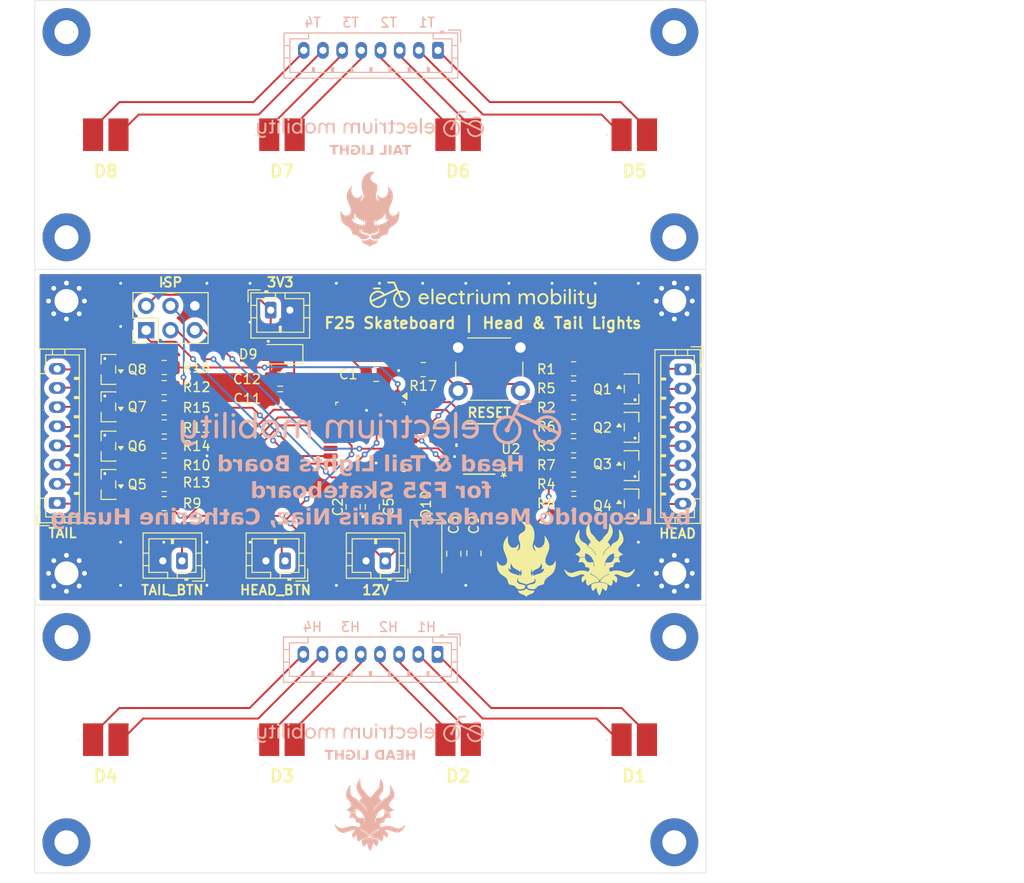
<source format=kicad_pcb>
(kicad_pcb (version 20241229) (generator "pcbnew") (generator_version "9.0")
  (layers (0 "F.Cu" signal) (2 "B.Cu" signal) (13 "F.Paste" user) (15 "B.Paste" user) (5 "F.SilkS" user "F.Silkscreen") (7 "B.SilkS" user "B.Silkscreen") (1 "F.Mask" user) (3 "B.Mask" user) (25 "Edge.Cuts" user))
  (net 0 "")
  (net 1 "+3.3V")
  (net 2 "+12V")
  (net 3 "Net-(Q1-G)")
  (net 4 "Net-(Q2-G)")
  (net 5 "Net-(Q3-G)")
  (net 6 "Net-(Q4-G)")
  (net 7 "Net-(Q5-G)")
  (net 8 "Net-(Q6-G)")
  (net 9 "Net-(Q7-G)")
  (net 10 "Net-(Q8-G)")
  (net 11 "Net-(U1-AREF)")
  (net 12 "/Button2")
  (net 13 "/Button1")
  (net 15 "GND")
  (net 18 "/SCL")
  (net 19 "/INT")
  (net 20 "/HLED2.1")
  (net 21 "/HLED1.1")
  (net 25 "/SDA")
  (net 28 "/RESET")
  (net 29 "/TLED2")
  (net 30 "/TLED1")
  (net 31 "/TLED4")
  (net 32 "/HLED4")
  (net 33 "/HLED3")
  (net 34 "/TLED3")
  (net 35 "/HLED1")
  (net 36 "/HLED2")
  (net 37 "/HLED3.1")
  (net 38 "/HLED4.1")
  (net 39 "/HLED1.2")
  (net 40 "/HLED2.2")
  (net 41 "/HLED4.2")
  (net 42 "/HLED3.2")
  (net 43 "/TLED1.2")
  (net 44 "/TLED2.2")
  (net 45 "/TLED4.2")
  (net 46 "/TLED3.2")
  (net 47 "/HLB3.2")
  (net 48 "/HLB3.1")
  (net 49 "/HLB1.1")
  (net 50 "/HLB1.2")
  (net 51 "/HLB2.2")
  (net 52 "/HLB2.1")
  (net 53 "/HLB4.1")
  (net 54 "/HLB4.2")
  (net 55 "/TLB1.1")
  (net 56 "/TLB1.2")
  (net 57 "/TLB2.1")
  (net 58 "/TLB2.2")
  (net 59 "/TLB3.2")
  (net 60 "/TLB3.1")
  (net 61 "/TLB4.2")
  (net 62 "/TLB4.1")
  (net 67 "/TLED3.1")
  (net 68 "/TLED4.1")
  (net 69 "/TLED1.1")
  (net 70 "/TLED2.1")
  (net 72 "Net-(J3-MISO)")
  (net 73 "Net-(J3-SCK)")
  (footprint "Capacitor_SMD:C_0805_2012Metric_Pad1.18x1.45mm_HandSolder" (layer "F.Cu") (at 57.9 69.8625 -90)
    (property "Reference" "C9")
    (property "Value" "100n")
  )
  (footprint "LOGO" (layer "F.Cu") (at 58.9 43)
    (property "Reference" "G***" (hide yes))
    (property "Value" "LOGO" (hide yes))
  )
  (footprint "Connector_JST:JST_PH_B2B-PH-K_1x02_P2.00mm_Vertical" (layer "F.Cu") (at 36.7 44.5)
    (property "Reference" "J8" (hide yes))
    (property "Value" "Conn_01x02")
  )
  (footprint "Resistor_SMD:R_0805_2012Metric_Pad1.20x1.40mm_HandSolder" (layer "F.Cu") (at 25.6 56.681965 180)
    (property "Reference" "R11")
    (property "Value" "100")
  )
  (footprint "Package_TO_SOT_SMD:SOT-23" (layer "F.Cu") (at 74.3375 56.717354)
    (property "Reference" "Q2")
    (property "Value" "AO3400A")
  )
  (footprint "MountingHole:MountingHole_2.5mm_Pad_Via" (layer "F.Cu") (at 78.8 43.55)
    (property "Reference" "H1" (hide yes))
    (property "Value" "MountingHole_Pad")
  )
  (footprint "Connector_JST:JST_PH_B8B-PH-K_1x08_P2.00mm_Vertical" (layer "F.Cu") (at 14.435389 64.617354 90)
    (property "Reference" "J9" (hide yes))
    (property "Value" "Conn_01x08")
  )
  (footprint "Diode_SMD:D_SMF" (layer "F.Cu") (at 37.7 49.1 180)
    (property "Reference" "D9")
    (property "Value" "SMF5V0A")
  )
  (footprint "Resistor_SMD:R_0805_2012Metric_Pad1.20x1.40mm_HandSolder" (layer "F.Cu") (at 25.6 50.481965 180)
    (property "Reference" "R16")
    (property "Value" "100R")
  )
  (footprint "MountingHole:MountingHole_2.5mm_Pad" (layer "F.Cu") (at 15.4 78.6)
    (property "Reference" "H5" (hide yes))
    (property "Value" "MountingHole_Pad")
  )
  (footprint "Resistor_SMD:R_0805_2012Metric_Pad1.20x1.40mm_HandSolder" (layer "F.Cu") (at 25.6 54.681965 180)
    (property "Reference" "R15")
    (property "Value" "100R")
  )
  (footprint "Connector_JST:JST_PH_B8B-PH-K_1x08_P2.00mm_Vertical" (layer "F.Cu") (at 79.687236 50.679556 -90)
    (property "Reference" "J2" (hide yes))
    (property "Value" "Conn_01x08")
  )
  (footprint "Connector_JST:JST_PH_B2B-PH-K_1x02_P2.00mm_Vertical" (layer "F.Cu") (at 38.2 70.65 180)
    (property "Reference" "J5" (hide yes))
    (property "Value" "Conn_01x02")
  )
  (footprint "LOGO" (layer "F.Cu") (at 70.899504 70.526171)
    (property "Reference" "G***" (hide yes))
    (property "Value" "LOGO" (hide yes))
  )
  (footprint "Package_TO_SOT_SMD:SOT-23" (layer "F.Cu") (at 74.3375 52.717354)
    (property "Reference" "Q1")
    (property "Value" "AO3400A")
  )
  (footprint "Package_TO_SOT_SMD:SOT-23" (layer "F.Cu") (at 74.3375 64.717354)
    (property "Reference" "Q4")
    (property "Value" "AO3400A")
  )
  (footprint "MountingHole:MountingHole_2.5mm_Pad" (layer "F.Cu") (at 78.8 78.6)
    (property "Reference" "H7" (hide yes))
    (property "Value" "MountingHole_Pad")
  )
  (footprint "Package_TO_SOT_SMD:SOT-23" (layer "F.Cu") (at 19.774087 62.681965 180)
    (property "Reference" "Q5")
    (property "Value" "AO3400A")
  )
  (footprint "Resistor_SMD:R_0805_2012Metric_Pad1.20x1.40mm_HandSolder" (layer "F.Cu") (at 25.6 62.681965 180)
    (property "Reference" "R13")
    (property "Value" "100R")
  )
  (footprint "Connector_JST:JST_PH_B2B-PH-K_1x02_P2.00mm_Vertical" (layer "F.Cu") (at 48.65 70.65 180)
    (property "Reference" "J6" (hide yes))
    (property "Value" "Conn_01x02")
  )
  (footprint "ADXL345BCCZ:LGA_CC-14-1_ADI" (layer "F.Cu") (at 58.45 58.981502 180)
    (property "Reference" "U2")
    (property "Value" "ADXL345BCCZ")
  )
  (footprint "AB-EZD03-RA3:ABEZD03RA3" (layer "F.Cu") (at 74.625 26.2 180)
    (property "Reference" "D5")
    (property "Value" "RED" (hide yes))
  )
  (footprint "Resistor_SMD:R_0805_2012Metric_Pad1.20x1.40mm_HandSolder" (layer "F.Cu") (at 68.3 54.630412)
    (property "Reference" "R2")
    (property "Value" "100")
  )
  (footprint "Resistor_SMD:R_0805_2012Metric_Pad1.20x1.40mm_HandSolder" (layer "F.Cu") (at 68.3 60.65)
    (property "Reference" "R7")
    (property "Value" "100R")
  )
  (footprint "Resistor_SMD:R_0805_2012Metric_Pad1.20x1.40mm_HandSolder" (layer "F.Cu") (at 68.3 50.617354)
    (property "Reference" "R1")
    (property "Value" "100")
  )
  (footprint "LOGO" (layer "F.Cu") (at 63.35 70.502066)
    (property "Reference" "G***" (hide yes))
    (property "Value" "LOGO" (hide yes))
  )
  (footprint "Package_TO_SOT_SMD:SOT-23" (layer "F.Cu") (at 19.774087 58.681965 180)
    (property "Reference" "Q6")
    (property "Value" "AO3400A")
  )
  (footprint "MountingHole:MountingHole_2.5mm_Pad_Via" (layer "F.Cu") (at 15.4 43.55)
    (property "Reference" "H2" (hide yes))
    (property "Value" "MountingHole_Pad")
  )
  (footprint "Capacitor_SMD:C_0805_2012Metric_Pad1.18x1.45mm_HandSolder" (layer "F.Cu") (at 37.7 53.743864 180)
    (property "Reference" "C11")
    (property "Value" "47u")
  )
  (footprint "MountingHole:MountingHole_2.5mm_Pad_Via" (layer "F.Cu") (at 78.8 71.95)
    (property "Reference" "H4" (hide yes))
    (property "Value" "MountingHole_Pad")
  )
  (footprint "Resistor_SMD:R_0805_2012Metric_Pad1.20x1.40mm_HandSolder" (layer "F.Cu") (at 25.6 64.681965 180)
    (property "Reference" "R9")
    (property "Value" "100")
  )
  (footprint "AB-EZD10C-A3-K65:ABEZD10CA3K65" (layer "F.Cu") (at 56.25 89.3 180)
    (property "Reference" "D2")
    (property "Value" "RED" (hide yes))
  )
  (footprint "MountingHole:MountingHole_2.5mm_Pad" (layer "F.Cu") (at 15.4 36.9)
    (property "Reference" "H10" (hide yes))
    (property "Value" "MountingHole_Pad")
  )
  (footprint "Package_TO_SOT_SMD:SOT-23" (layer "F.Cu") (at 74.3375 60.717354)
    (property "Reference" "Q3")
    (property "Value" "AO3400A")
  )
  (footprint "AB-EZD03-RA3:ABEZD03RA3" (layer "F.Cu") (at 56.25 26.2 180)
    (property "Reference" "D6")
    (property "Value" "RED" (hide yes))
  )
  (footprint "MountingHole:MountingHole_2.5mm_Pad_Via" (layer "F.Cu") (at 15.4 71.95)
    (property "Reference" "H3" (hide yes))
    (property "Value" "MountingHole_Pad")
  )
  (footprint "MountingHole:MountingHole_2.5mm_Pad" (layer "F.Cu") (at 15.4 100)
    (property "Reference" "H6" (hide yes))
    (property "Value" "MountingHole_Pad")
  )
  (footprint "Capacitor_SMD:C_0805_2012Metric_Pad1.18x1.45mm_HandSolder" (layer "F.Cu") (at 47.3 65.017354 -90)
    (property "Reference" "C5")
    (property "Value" "10uF")
  )
  (footprint "MountingHole:MountingHole_2.5mm_Pad" (layer "F.Cu") (at 78.8 36.9)
    (property "Reference" "H12" (hide yes))
    (property "Value" "MountingHole_Pad")
  )
  (footprint "Resistor_SMD:R_0805_2012Metric_Pad1.20x1.40mm_HandSolder" (layer "F.Cu") (at 52.6 50.7 180)
    (property "Reference" "R17")
    (property "Value" "10K")
  )
  (footprint "Connector_JST:JST_PH_B2B-PH-K_1x02_P2.00mm_Vertical" (layer "F.Cu") (at 27.45 70.65 180)
    (property "Reference" "J4" (hide yes))
    (property "Value" "Conn_01x02")
  )
  (footprint "Package_QFP:TQFP-32_7x7mm_P0.8mm" (layer "F.Cu") (at 47.1 57.717354 -90)
    (property "Reference" "U1" (hide yes))
    (property "Value" "ATmega328P-A")
  )
  (footprint "Diode_SMD:D_SMA" (layer "F.Cu") (at 52.9 69.9 -90)
    (property "Reference" "D10")
    (property "Value" "SMAJ15A")
  )
  (footprint "AB-EZD10C-A3-K65:ABEZD10CA3K65" (layer "F.Cu") (at 74.625 89.3 180)
    (property "Reference" "D1")
    (property "Value" "RED" (hide yes))
  )
  (footprint "AB-EZD03-RA3:ABEZD03RA3" (layer "F.Cu") (at 37.875 26.2 180)
    (property "Reference" "D7")
    (property "Value" "RED" (hide yes))
  )
  (footprint "Resistor_SMD:R_0805_2012Metric_Pad1.20x1.40mm_HandSolder" (layer "F.Cu") (at 68.314021 64.663058)
    (property "Reference" "R8")
    (property "Value" "100R")
  )
  (footprint "Resistor_SMD:R_0805_2012Metric_Pad1.20x1.40mm_HandSolder" (layer "F.Cu") (at 25.6 60.681965 180)
    (property "Reference" "R10")
    (property "Value" "100")
  )
  (footprint "Capacitor_SMD:C_0805_2012Metric_Pad1.18x1.45mm_HandSolder" (layer "F.Cu") (at 37.7 51.7 180)
    (property "Reference" "C12")
    (property "Value" "100n")
  )
  (footprint "Resistor_SMD:R_0805_2012Metric_Pad1.20x1.40mm_HandSolder" (layer "F.Cu") (at 25.6 58.681965 180)
    (property "Reference" "R14")
    (property "Value" "100R")
  )
  (footprint "MountingHole:MountingHole_2.5mm_Pad" (layer "F.Cu") (at 78.8 15.5)
    (property "Reference" "H9" (hide yes))
    (property "Value" "MountingHole_Pad")
  )
  (footprint "Resistor_SMD:R_0805_2012Metric_Pad1.20x1.40mm_HandSolder" (layer "F.Cu") (at 68.3 62.656529)
    (property "Reference" "R4")
    (property "Value" "100")
  )
  (footprint "MountingHole:MountingHole_2.5mm_Pad" (layer "F.Cu") (at 78.8 100)
    (property "Reference" "H11" (hide yes))
    (property "Value" "MountingHole_Pad")
  )
  (footprint "Capacitor_SMD:C_0805_2012Metric_Pad1.18x1.45mm_HandSolder" (layer "F.Cu") (at 47.7 51.2)
    (property "Reference" "C1")
    (property "Value" "10uF")
  )
  (footprint "Resistor_SMD:R_0805_2012Metric_Pad1.20x1.40mm_HandSolder" (layer "F.Cu") (at 68.3 58.643471)
    (property "Reference" "R3")
    (property "Value" "100")
  )
  (footprint "Resistor_SMD:R_0805_2012Metric_Pad1.20x1.40mm_HandSolder" (layer "F.Cu") (at 68.3 56.636941)
    (property "Reference" "R6")
    (property "Value" "100R")
  )
  (footprint "AB-EZD03-RA3:ABEZD03RA3" (layer "F.Cu") (at 19.5 26.2 180)
    (property "Reference" "D8")
    (property "Value" "RED" (hide yes))
  )
  (footprint "Button_Switch_THT:SW_PUSH_6mm" (layer "F.Cu") (at 62.75 52.9 180)
    (property "Reference" "SW1" (hide yes))
    (property "Value" "SW_Push")
  )
  (footprint "Package_TO_SOT_SMD:SOT-23" (layer "F.Cu") (at 19.774087 54.581965 180)
    (property "Reference" "Q7")
    (property "Value" "AO3400A")
  )
  (footprint "Package_TO_SOT_SMD:SOT-23" (layer "F.Cu") (at 19.774087 50.681965 180)
    (property "Reference" "Q8")
    (property "Value" "AO3400A")
  )
  (footprint "Capacitor_SMD:C_0805_2012Metric_Pad1.18x1.45mm_HandSolder" (layer "F.Cu") (at 55.795858 69.905441 -90)
    (property "Reference" "C8")
    (property "Value" "47u")
  )
  (footprint "Capacitor_SMD:C_0805_2012Metric_Pad1.18x1.45mm_HandSolder" (layer "F.Cu") (at 45.3 65.017354 -90)
    (property "Reference" "C2")
    (property "Value" "10uF")
  )
  (footprint "MountingHole:MountingHole_2.5mm_Pad" (layer "F.Cu") (at 15.4 15.5)
    (property "Reference" "H8" (hide yes))
    (property "Value" "MountingHole_Pad")
  )
  (footprint "Resistor_SMD:R_0805_2012Metric_Pad1.20x1.40mm_HandSolder" (layer "F.Cu") (at 25.6 52.581965 180)
    (property "Reference" "R12")
    (property "Value" "100")
  )
  (footprint "Connector_PinHeader_2.54mm:PinHeader_2x03_P2.54mm_Vertical" (layer "F.Cu") (at 23.71 46.59 90)
    (property "Reference" "J3" (hide yes))
    (property "Value" "AVR-ISP-6")
  )
  (footprint "AB-EZD10C-A3-K65:ABEZD10CA3K65" (layer "F.Cu") (at 37.875 89.3 180)
    (property "Reference" "D3")
    (property "Value" "RED" (hide yes))
  )
  (footprint "AB-EZD10C-A3-K65:ABEZD10CA3K65" (layer "F.Cu") (at 19.5 89.3 180)
    (property "Reference" "D4")
    (property "Value" "RED" (hide yes))
  )
  (footprint "Resistor_SMD:R_0805_2012Metric_Pad1.20x1.40mm_HandSolder" (layer "F.Cu") (at 68.3 52.623883)
    (property "Reference" "R5")
    (property "Value" "100R")
  )
  (footprint "LOGO" (layer "B.Cu") (at 47.05 34 180)
    (property "Reference" "G***" (hide yes))
    (property "Value" "LOGO" (hide yes))
  )
  (footprint "LOGO" (layer "B.Cu") (at 47.033915 88.296507 180)
    (property "Reference" "G***" (hide yes))
    (property "Value" "LOGO" (hide yes))
  )
  (footprint "LOGO" (layer "B.Cu") (at 47.150496 97.176171 180)
    (property "Reference" "G***" (hide yes))
    (property "Value" "LOGO" (hide yes))
  )
  (footprint "Connector_JST:JST_PH_B8B-PH-K_1x08_P2.00mm_Vertical" (layer "B.Cu") (at 54.15 17.4 180)
    (property "Reference" "J7" (hide yes))
    (property "Value" "Conn_01x08")
  )
  (footprint "LOGO" (layer "B.Cu") (at 47.033915 25.196507 180)
    (property "Reference" "G***" (hide yes))
    (property "Value" "LOGO" (hide yes))
  )
  (footprint "Connector_JST:JST_PH_B8B-PH-K_1x08_P2.00mm_Vertical" (layer "B.Cu") (at 54.1 80.4 180)
    (property "Reference" "J1" (hide yes))
    (property "Value" "Conn_01x08")
  )
  (footprint "LOGO" (layer "B.Cu") (at 47.039036 56.37284 180)
    (property "Reference" "G***" (hide yes))
    (property "Value" "LOGO" (hide yes))
  )
  (gr_line (start 82.1 75.25) (end 12.1 75.25) (stroke (width 0.05)) (layer "Edge.Cuts"))
  (gr_line (start 82.1 40.25) (end 12.1 40.25) (stroke (width 0.05)) (layer "Edge.Cuts"))
  (gr_rect (start 12.1 12.2) (end 82.1 103.2) (stroke (width 0.05)) (fill no) (layer "Edge.Cuts"))
  (gr_text "TAIL_BTN" (at 26.45 73.7 0) (layer "F.SilkS") (effects (font (size 1 1) (thickness 0.2) (bold yes))))
  (gr_text "12V" (at 47.65 73.7 0) (layer "F.SilkS") (effects (font (size 1 1) (thickness 0.2) (bold yes))))
  (gr_text "TAIL" (at 14.985389 67.75 0) (layer "F.SilkS") (effects (font (size 1 1) (thickness 0.2) (bold yes))))
  (gr_text "3V3" (at 37.7 41.6 0) (layer "F.SilkS") (effects (font (size 1 1) (thickness 0.2) (bold yes))))
  (gr_text "HEAD" (at 79.137236 67.8 0) (layer "F.SilkS") (effects (font (size 1 1) (thickness 0.2) (bold yes))))
  (gr_text "RESET" (at 59.5 55.2 0) (layer "F.SilkS") (effects (font (size 1 1) (thickness 0.2) (bold yes))))
  (gr_text "ISP" (at 26.25 41.6 0) (layer "F.SilkS") (effects (font (size 1 1) (thickness 0.2) (bold yes))))
  (gr_text "HEAD_BTN" (at 37.2 73.7 0) (layer "F.SilkS") (effects (font (size 1 1) (thickness 0.2) (bold yes))))
  (gr_text "F25 Skateboard | Head & Tail Lights" (at 58.833914 45.85 0) (layer "F.SilkS") (effects (font (size 1.15 1.15) (thickness 0.23) (bold yes))))
  (gr_text "T1" (at 52.966667 14.5 0) (layer "B.SilkS") (effects (font (size 1 1)) (justify mirror)))
  (gr_text "H4" (at 41.05 77.55 0) (layer "B.SilkS") (effects (font (size 1 1)) (justify mirror)))
  (gr_text "T4" (at 41.066667 14.5 0) (layer "B.SilkS") (effects (font (size 1 1)) (justify mirror)))
  (gr_text "HEAD LIGHT" (at 47.1 90.97335 0) (layer "B.SilkS") (effects (font (size 1 1) (thickness 0.2) (bold yes)) (justify mirror)))
  (gr_text "H2" (at 48.983333 77.55 0) (layer "B.SilkS") (effects (font (size 1 1)) (justify mirror)))
  (gr_text "H1" (at 52.95 77.55 0) (layer "B.SilkS") (effects (font (size 1 1)) (justify mirror)))
  (gr_text "T2" (at 49 14.5 0) (layer "B.SilkS") (effects (font (size 1 1)) (justify mirror)))
  (gr_text "T3" (at 45.033334 14.5 0) (layer "B.SilkS") (effects (font (size 1 1)) (justify mirror)))
  (gr_text "Head & Tail Lights Board\nfor F25 Skateboard\nby Leopoldo Mendoza, Haris Niaz, Catherine Huang\n" (at 47.15 63.4 0) (layer "B.SilkS") (effects (font (size 1.65 1.65) (thickness 0.21875)) (justify mirror)))
  (gr_text "H3" (at 45.016667 77.55 0) (layer "B.SilkS") (effects (font (size 1 1)) (justify mirror)))
  (gr_text "TAIL LIGHT" (at 47.1 27.87335 0) (layer "B.SilkS") (effects (font (size 1 1) (thickness 0.2) (bold yes)) (justify mirror)))
  (segment (start 60.574998 60.981503) (end 59.818499 60.981503) (width 0.2) (layer "F.Cu") (net 1))
  (segment (start 50.7 49.8) (end 51.6 50.7) (width 0.2) (layer "F.Cu") (net 1))
  (segment (start 45.1 63.779854) (end 45.3 63.979854) (width 0.2) (layer "F.Cu") (net 1))
  (segment (start 58.45 57.106504) (end 58.45 57.263004) (width 0.2) (layer "F.Cu") (net 1))
  (segment (start 36.7 44.5) (end 36.7 46.55) (width 0.2) (layer "F.Cu") (net 1))
  (segment (start 50.713046 54.103252) (end 49.266298 55.55) (width 0.2) (layer "F.Cu") (net 1))
  (segment (start 45.9 53.554854) (end 45.9 51.9625) (width 0.2) (layer "F.Cu") (net 1))
  (segment (start 61 57.579504) (end 61 60.556501) (width 0.2) (layer "F.Cu") (net 1))
  (segment (start 44.95 49.45) (end 44.6 49.1) (width 0.2) (layer "F.Cu") (net 1))
  (segment (start 44.6 49.1) (end 39.6 49.1) (width 0.2) (layer "F.Cu") (net 1))
  (segment (start 58.324999 56.981503) (end 59.818499 56.981503) (width 0.2) (layer "F.Cu") (net 1))
  (segment (start 38.7375 51.7) (end 38.7375 53.743864) (width 0.2) (layer "F.Cu") (net 1))
  (segment (start 55.446748 54.103252) (end 50.713046 54.103252) (width 0.2) (layer "F.Cu") (net 1))
  (segment (start 47.5 54.292353) (end 47.5 53.554854) (width 0.2) (layer "F.Cu") (net 1))
  (segment (start 39.15 51.2875) (end 38.7375 51.7) (width 0.2) (layer "F.Cu") (net 1))
  (segment (start 35.049 42.849) (end 34.999 42.899) (width 0.2) (layer "F.Cu") (net 1))
  (segment (start 34.999 42.899) (end 24.861 42.899) (width 0.2) (layer "F.Cu") (net 1))
  (segment (start 47.5 52.0375) (end 46.6625 51.2) (width 0.2) (layer "F.Cu") (net 1))
  (segment (start 24.861 42.899) (end 23.71 44.05) (width 0.2) (layer "F.Cu") (net 1))
  (segment (start 46.6625 51.1625) (end 45.3 49.8) (width 0.2) (layer "F.Cu") (net 1))
  (segment (start 45.3 49.8) (end 44.95 49.45) (width 0.2) (layer "F.Cu") (net 1))
  (segment (start 39.6 49.1) (end 39.15 49.55) (width 0.2) (layer "F.Cu") (net 1))
  (segment (start 45.1 60.95) (end 46.5 59.55) (width 0.2) (layer "F.Cu") (net 1))
  (segment (start 45.9 51.9625) (end 46.6625 51.2) (width 0.2) (layer "F.Cu") (net 1))
  (segment (start 45.1 61.879854) (end 45.1 60.95) (width 0.2) (layer "F.Cu") (net 1))
  (segment (start 36.7 44.5) (end 35.049 42.849) (width 0.2) (layer "F.Cu") (net 1))
  (segment (start 48.757647 55.55) (end 47.5 54.292353) (width 0.2) (layer "F.Cu") (net 1))
  (segment (start 46.6625 51.2) (end 46.6625 51.1625) (width 0.2) (layer "F.Cu") (net 1))
  (segment (start 39.15 49.55) (end 39.15 51.2875) (width 0.2) (layer "F.Cu") (net 1))
  (segment (start 39.15 49.45) (end 39.15 49.55) (width 0.2) (layer "F.Cu") (net 1))
  (segment (start 61 60.556501) (end 60.574998 60.981503) (width 0.2) (layer "F.Cu") (net 1))
  (segment (start 47.75 58.35) (end 47.75 56.557647) (width 0.2) (layer "F.Cu") (net 1))
  (segment (start 49.266298 55.55) (end 48.757647 55.55) (width 0.2) (layer "F.Cu") (net 1))
  (segment (start 47.5 53.554854) (end 47.5 52.0375) (width 0.2) (layer "F.Cu") (net 1))
  (segment (start 59.818499 56.981503) (end 60.401999 56.981503) (width 0.2) (layer "F.Cu") (net 1))
  (segment (start 55.446748 54.103252) (end 58.45 57.106504) (width 0.2) (layer "F.Cu") (net 1))
  (segment (start 45.3 49.8) (end 50.7 49.8) (width 0.2) (layer "F.Cu") (net 1))
  (segment (start 36.7 46.55) (end 39.15 49) (width 0.2) (layer "F.Cu") (net 1))
  (segment (start 47.75 56.557647) (end 48.757647 55.55) (width 0.2) (layer "F.Cu") (net 1))
  (segment (start 60.401999 56.981503) (end 61 57.579504) (width 0.2) (layer "F.Cu") (net 1))
  (segment (start 45.1 61.879854) (end 45.1 63.779854) (width 0.2) (layer "F.Cu") (net 1))
  (via (at 47.75 58.35) (size 0.6) (drill 0.3) (layers "F.Cu" "B.Cu") (net 1))
  (via (at 46.5 59.55) (size 0.6) (drill 0.3) (layers "F.Cu" "B.Cu") (net 1))
  (segment (start 46.55 59.55) (end 47.75 58.35) (width 0.2) (layer "B.Cu") (net 1))
  (segment (start 46.5 59.55) (end 46.55 59.55) (width 0.2) (layer "B.Cu") (net 1))
  (segment (start 25.501 61.2) (end 25.501 57.7) (width 0.2) (layer "F.Cu") (net 2))
  (segment (start 62.325 68.825) (end 57.9 68.825) (width 0.2) (layer "F.Cu") (net 2))
  (segment (start 25.501 57.7) (end 25.501 57.45) (width 0.2) (layer "F.Cu") (net 2))
  (segment (start 26.618035 64.7) (end 26.6 64.681965) (width 0.2) (layer "F.Cu") (net 2))
  (segment (start 57.9 68.825) (end 55.838799 68.825) (width 0.2) (layer "F.Cu") (net 2))
  (segment (start 25.501 53.149) (end 26.068035 52.581965) (width 0.2) (layer "F.Cu") (net 2))
  (segment (start 48.65 70.65) (end 47.2 69.2) (width 0.2) (layer "F.Cu") (net 2))
  (segment (start 27.3 65.95) (end 27.155554 65.95) (width 0.2) (layer "F.Cu") (net 2))
  (segment (start 37.85147 65.95) (end 37.900735 65.900735) (width 0.2) (layer "F.Cu") (net 2))
  (segment (start 65.15 66) (end 62.325 68.825) (width 0.2) (layer "F.Cu") (net 2))
  (segment (start 26.618035 65.412481) (end 26.618035 64.7) (width 0.2) (layer "F.Cu") (net 2))
  (segment (start 68.399 61.557529) (end 68.399 58.95) (width 0.2) (layer "F.Cu") (net 2))
  (segment (start 26.6 56.681965) (end 26.019035 56.681965) (width 0.2) (layer "F.Cu") (net 2))
  (segment (start 25.501 57.45) (end 25.501 57.2) (width 0.2) (layer "F.Cu") (net 2))
  (segment (start 66.243471 62.656529) (end 67.3 62.656529) (width 0.2) (layer "F.Cu") (net 2))
  (segment (start 53.867941 68.867941) (end 55.795858 68.867941) (width 0.2) (layer "F.Cu") (net 2))
  (segment (start 26.6 60.681965) (end 26.019035 60.681965) (width 0.2) (layer "F.Cu") (net 2))
  (segment (start 67.3 58.643471) (end 68.092471 58.643471) (width 0.2) (layer "F.Cu") (net 2))
  (segment (start 67.3 50.617354) (end 68.066354 50.617354) (width 0.2) (layer "F.Cu") (net 2))
  (segment (start 65.7 63.2) (end 66.243471 62.656529) (width 0.2) (layer "F.Cu") (net 2))
  (segment (start 48.65 70.65) (end 51.4 67.9) (width 0.2) (layer "F.Cu") (net 2))
  (segment (start 65.7 63.95) (end 65.7 63.2) (width 0.2) (layer "F.Cu") (net 2))
  (segment (start 25.501 57.2) (end 25.501 53.149) (width 0.2) (layer "F.Cu") (net 2))
  (segment (start 47.2 69.2) (end 41.2 69.2) (width 0.2) (layer "F.Cu") (net 2))
  (segment (start 26.019035 60.681965) (end 25.501 61.2) (width 0.2) (layer "F.Cu") (net 2))
  (segment (start 26.068035 52.581965) (end 26.6 52.581965) (width 0.2) (layer "F.Cu") (net 2))
  (segment (start 68.399 58.95) (end 68.399 55.2) (width 0.2) (layer "F.Cu") (net 2))
  (segment (start 68.399 50.95) (end 68.399 55.2) (width 0.2) (layer "F.Cu") (net 2))
  (segment (start 67.3 62.656529) (end 68.399 61.557529) (width 0.2) (layer "F.Cu") (net 2))
  (segment (start 26.019035 56.681965) (end 25.501 57.2) (width 0.2) (layer "F.Cu") (net 2))
  (segment (start 55.838799 68.825) (end 55.795858 68.867941) (width 0.2) (layer "F.Cu") (net 2))
  (segment (start 29.1 65.95) (end 37.85147 65.95) (width 0.2) (layer "F.Cu") (net 2))
  (segment (start 26.6 64.681965) (end 25.982965 64.681965) (width 0.2) (layer "F.Cu") (net 2))
  (segment (start 25.501 64.2) (end 25.501 61.2) (width 0.2) (layer "F.Cu") (net 2))
  (segment (start 25.982965 64.681965) (end 25.501 64.2) (width 0.2) (layer "F.Cu") (net 2))
  (segment (start 52.9 67.9) (end 53.867941 68.867941) (width 0.2) (layer "F.Cu") (net 2))
  (segment (start 67.3 54.630412) (end 67.829412 54.630412) (width 0.2) (layer "F.Cu") (net 2))
  (segment (start 51.4 67.9) (end 52.9 67.9) (width 0.2) (layer "F.Cu") (net 2))
  (segment (start 68.092471 58.643471) (end 68.399 58.95) (width 0.2) (layer "F.Cu") (net 2))
  (segment (start 68.066354 50.617354) (end 68.399 50.95) (width 0.2) (layer "F.Cu") (net 2))
  (segment (start 67.829412 54.630412) (end 68.399 55.2) (width 0.2) (layer "F.Cu") (net 2))
  (segment (start 27.155554 65.95) (end 26.618035 65.412481) (width 0.2) (layer "F.Cu") (net 2))
  (segment (start 41.2 69.2) (end 38.749265 66.749265) (width 0.2) (layer "F.Cu") (net 2))
  (via (at 29.1 65.95) (size 0.6) (drill 0.3) (layers "F.Cu" "B.Cu") (net 2))
  (via (at 65.15 66) (size 0.6) (drill 0.3) (layers "F.Cu" "B.Cu") (net 2))
  (via (at 38.749265 66.749265) (size 0.6) (drill 0.3) (layers "F.Cu" "B.Cu") (net 2))
  (via (at 37.900735 65.900735) (size 0.6) (drill 0.3) (layers "F.Cu" "B.Cu") (net 2))
  (via (at 65.7 63.95) (size 0.6) (drill 0.3) (layers "F.Cu" "B.Cu") (net 2))
  (via (at 27.3 65.95) (size 0.6) (drill 0.3) (layers "F.Cu" "B.Cu") (net 2))
  (segment (start 29.05 66) (end 29.1 65.95) (width 0.2) (layer "B.Cu") (net 2))
  (segment (start 27.3 65.95) (end 27.3 65.99853) (width 0.2) (layer "B.Cu") (net 2))
  (segment (start 65.7 65.45) (end 65.7 63.95) (width 0.2) (layer "B.Cu") (net 2))
  (segment (start 27.30147 66) (end 29.05 66) (width 0.2) (layer "B.Cu") (net 2))
  (segment (start 38.749265 66.749265) (end 37.900735 65.900735) (width 0.2) (layer "B.Cu") (net 2))
  (segment (start 27.3 65.99853) (end 27.30147 66) (width 0.2) (layer "B.Cu") (net 2))
  (segment (start 65.15 66) (end 65.7 65.45) (width 0.2) (layer "B.Cu") (net 2))
  (segment (start 72.543471 52.623883) (end 73.4 51.767354) (width 0.2) (layer "F.Cu") (net 3))
  (segment (start 69.3 52.623883) (end 72.543471 52.623883) (width 0.2) (layer "F.Cu") (net 3))
  (segment (start 72.530413 56.636941) (end 73.4 55.767354) (width 0.2) (layer "F.Cu") (net 4))
  (segment (start 69.3 56.636941) (end 72.530413 56.636941) (width 0.2) (layer "F.Cu") (net 4))
  (segment (start 72.517354 60.65) (end 73.4 59.767354) (width 0.2) (layer "F.Cu") (net 5))
  (segment (start 69.3 60.65) (end 72.517354 60.65) (width 0.2) (layer "F.Cu") (net 5))
  (segment (start 69.314021 64.663058) (end 72.504296 64.663058) (width 0.2) (layer "F.Cu") (net 6))
  (segment (start 72.504296 64.663058) (end 73.4 63.767354) (width 0.2) (layer "F.Cu") (net 6))
  (segment (start 24.774087 62.681965) (end 21.661587 62.681965) (width 0.2) (layer "F.Cu") (net 7))
  (segment (start 21.661587 62.681965) (end 20.711587 63.631965) (width 0.2) (layer "F.Cu") (net 7))
  (segment (start 24.774087 58.681965) (end 21.661587 58.681965) (width 0.2) (layer "F.Cu") (net 8))
  (segment (start 21.661587 58.681965) (end 20.711587 59.631965) (width 0.2) (layer "F.Cu") (net 8))
  (segment (start 24.774087 54.681965) (end 21.561587 54.681965) (width 0.2) (layer "F.Cu") (net 9))
  (segment (start 21.561587 54.681965) (end 20.711587 55.531965) (width 0.2) (layer "F.Cu") (net 9))
  (segment (start 24.774087 50.481965) (end 21.861587 50.481965) (width 0.2) (layer "F.Cu") (net 10))
  (segment (start 21.861587 50.481965) (end 20.711587 51.631965) (width 0.2) (layer "F.Cu") (net 10))
  (segment (start 46.7 61.879854) (end 46.7 63.379854) (width 0.2) (layer "F.Cu") (net 11))
  (segment (start 46.7 63.379854) (end 47.3 63.979854) (width 0.2) (layer "F.Cu") (net 11))
  (segment (start 38.2 70.45) (end 37.85 70.1) (width 0.2) (layer "F.Cu") (net 12))
  (segment (start 44.617354 58.117354) (end 45.150029 58.650029) (width 0.2) (layer "F.Cu") (net 12))
  (segment (start 42.9375 58.117354) (end 44.617354 58.117354) (width 0.2) (layer "F.Cu") (net 12))
  (segment (start 37.85 70.3) (end 37.85 66.8) (width 0.2) (layer "F.Cu") (net 12))
  (segment (start 45.150029 59.534284) (end 45.134313 59.55) (width 0.2) (layer "F.Cu") (net 12))
  (segment (start 45.150029 58.650029) (end 45.150029 59.534284) (width 0.2) (layer "F.Cu") (net 12))
  (segment (start 37.85 66.8) (end 40.45 64.2) (width 0.2) (layer "F.Cu") (net 12))
  (via (at 45.134313 59.55) (size 0.6) (drill 0.3) (layers "F.Cu" "B.Cu") (net 12))
  (via (at 40.45 64.2) (size 0.6) (drill 0.3) (layers "F.Cu" "B.Cu") (net 12))
  (segment (start 45.1 59.55) (end 45.134313 59.55) (width 0.2) (layer "B.Cu") (net 12))
  (segment (start 40.45 64.2) (end 45.1 59.55) (width 0.2) (layer "B.Cu") (net 12))
  (segment (start 27.45 66.7) (end 37.632646 56.517354) (width 0.2) (layer "F.Cu") (net 13))
  (segment (start 27.45 70.65) (end 27.45 66.7) (width 0.2) (layer "F.Cu") (net 13))
  (segment (start 37.632646 56.517354) (end 42.9375 56.517354) (width 0.2) (layer "F.Cu") (net 13))
  (segment (start 73.4 53.667354) (end 74.517354 53.667354) (width 0.2) (layer "F.Cu") (net 15))
  (segment (start 55.795858 70.942941) (end 53.857059 70.942941) (width 0.2) (layer "F.Cu") (net 15))
  (segment (start 73.4 61.667354) (end 74.517354 61.667354) (width 0.2) (layer "F.Cu") (net 15))
  (segment (start 47.25 66.004854) (end 47.3 66.054854) (width 0.2) (layer "F.Cu") (net 15))
  (segment (start 20.711587 53.631965) (end 19.581965 53.631965) (width 0.2) (layer "F.Cu") (net 15))
  (segment (start 59.818499 57.781502) (end 59.818499 58.581503) (width 0.2) (layer "F.Cu") (net 15))
  (segment (start 48.3 51.6375) (end 48.7375 51.2) (width 0.2) (layer "F.Cu") (net 15))
  (segment (start 20.711587 57.731965) (end 19.581965 57.731965) (width 0.2) (layer "F.Cu") (net 15))
  (segment (start 48.3 53.554854) (end 48.3 51.6375) (width 0.2) (layer "F.Cu") (net 15))
  (segment (start 19.581965 57.731965) (end 19.4 57.55) (width 0.2) (layer "F.Cu") (net 15))
  (segment (start 20.711587 61.731965) (end 19.581965 61.731965) (width 0.2) (layer "F.Cu") (net 15))
  (segment (start 74.517354 65.667354) (end 74.7 65.85) (width 0.2) (layer "F.Cu") (net 15))
  (segment (start 45.3 66.054854) (end 47.3 66.054854) (width 0.2) (layer "F.Cu") (net 15))
  (segment (start 48.7375 51.2) (end 49.65 51.2) (width 0.2) (layer "F.Cu") (net 15))
  (segment (start 46.7 53.554854) (end 46.7 54.7) (width 0.2) (layer "F.Cu") (net 15))
  (segment (start 73.4 65.667354) (end 74.517354 65.667354) (width 0.2) (layer "F.Cu") (net 15))
  (segment (start 47.5 61.879854) (end 47.5 60.65) (width 0.2) (layer "F.Cu") (net 15))
  (segment (start 74.517354 61.667354) (end 74.7 61.85) (width 0.2) (layer "F.Cu") (net 15))
  (segment (start 36.25 49.55) (end 36.35 49.55) (width 0.2) (layer "F.Cu") (net 15))
  (segment (start 57.9 70.9) (end 55.838799 70.9) (width 0.2) (layer "F.Cu") (net 15))
  (segment (start 38.7 44.5) (end 37.7 45.5) (width 0.2) (layer "F.Cu") (net 15))
  (segment (start 74.517354 57.667354) (end 74.7 57.85) (width 0.2) (layer "F.Cu") (net 15))
  (segment (start 36.6625 49.8625) (end 36.6625 53.743864) (width 0.2) (layer "F.Cu") (net 15))
  (segment (start 47.5 60.65) (end 47.7 60.45) (width 0.2) (layer "F.Cu") (net 15))
  (segment (start 19.581965 61.731965) (end 19.4 61.55) (width 0.2) (layer "F.Cu") (net 15))
  (segment (start 56.280032 60.181502) (end 55.874265 59.775735) (width 0.2) (layer "F.Cu") (net 15))
  (segment (start 73.4 57.667354) (end 74.517354 57.667354) (width 0.2) (layer "F.Cu") (net 15))
  (segment (start 48.3 54.116298) (end 48.3 53.554854) (width 0.2) (layer "F.Cu") (net 15))
  (segment (start 59.160997 58.581503) (end 57.75 59.9925) (width 0.2) (layer "F.Cu") (net 15))
  (segment (start 55.838799 70.9) (end 55.795858 70.942941) (width 0.2) (layer "F.Cu") (net 15))
  (segment (start 53.857059 70.942941) (end 52.9 71.9) (width 0.2) (layer "F.Cu") (net 15))
  (segment (start 20.711587 49.731965) (end 19.581965 49.731965) (width 0.2) (layer "F.Cu") (net 15))
  (segment (start 19.581965 53.631965) (end 19.4 53.45) (width 0.2) (layer "F.Cu") (net 15))
  (segment (start 59.629497 59.9925) (end 57.75 59.9925) (width 0.2) (layer "F.Cu") (net 15))
  (segment (start 36.45 49.35) (end 36.25 49.55) (width 0.2) (layer "F.Cu") (net 15))
  (segment (start 57.081501 60.181502) (end 56.280032 60.181502) (width 0.2) (layer "F.Cu") (net 15))
  (segment (start 36.45 47.75) (end 36.45 48.9) (width 0.2) (layer "F.Cu") (net 15))
  (segment (start 37.7 45.5) (end 37.7 46.25) (width 0.2) (layer "F.Cu") (net 15))
  (segment (start 45.3 66.054854) (end 46.3 66.054854) (width 0.2) (layer "F.Cu") (net 15))
  (segment (start 59.818499 58.581503) (end 59.160997 58.581503) (width 0.2) (layer "F.Cu") (net 15))
  (segment (start 49.65 51.2) (end 50.05 50.8) (width 0.2) (layer "F.Cu") (net 15))
  (segment (start 57.75 59.9925) (end 57.270503 59.9925) (width 0.2) (layer "F.Cu") (net 15))
  (segment (start 57.270503 59.9925) (end 57.081501 60.181502) (width 0.2) (layer "F.Cu") (net 15))
  (segment (start 74.517354 53.667354) (end 74.7 53.85) (width 0.2) (layer "F.Cu") (net 15))
  (segment (start 36.35 49.55) (end 36.6625 49.8625) (width 0.2) (layer "F.Cu") (net 15))
  (segment (start 59.818499 60.181502) (end 59.629497 59.9925) (width 0.2) (layer "F.Cu") (net 15))
  (segment (start 46.7 53.554854) (end 46.7 54.116298) (width 0.2) (layer "F.Cu") (net 15))
  (segment (start 19.581965 49.731965) (end 19.4 49.55) (width 0.2) (layer "F.Cu") (net 15))
  (via (at 74.7 53.85) (size 0.6) (drill 0.3) (layers "F.Cu" "B.Cu") (net 15))
  (via (at 36.45 47.75) (size 0.6) (drill 0.3) (layers "F.Cu" "B.Cu") (net 15))
  (via (at 25.55 41.7) (size 0.6) (drill 0.3) (layers "F.Cu" "B.Cu") (net 15))
  (via (at 19.4 49.55) (size 0.6) (drill 0.3) (layers "F.Cu" "B.Cu") (net 15))
  (via (at 19.4 61.55) (size 0.6) (drill 0.3) (layers "F.Cu" "B.Cu") (net 15))
  (via (at 46.3 66.054854) (size 0.6) (drill 0.3) (layers "F.Cu" "B.Cu") (net 15))
  (via (at 55.874265 59.775735) (size 0.6) (drill 0.3) (layers "F.Cu" "B.Cu") (net 15))
  (via (at 25.55 68.7) (size 0.6) (drill 0.3) (layers "F.Cu" "B.Cu") (net 15))
  (via (at 30.05 59.7) (size 0.6) (drill 0.3) (layers "F.Cu" "B.Cu") (net 15))
  (via (at 48.05 73.2) (size 0.6) (drill 0.3) (layers "F.Cu" "B.Cu") (net 15))
  (via (at 19.4 53.45) (size 0.6) (drill 0.3) (layers "F.Cu" "B.Cu") (net 15))
  (via (at 61.55 41.7) (size 0.6) (drill 0.3) (layers "F.Cu" "B.Cu") (net 15))
  (via (at 34.55 45.75) (size 0.6) (drill 0.3) (layers "F.Cu" "B.Cu") (net 15))
  (via (at 75.05 41.7) (size 0.6) (drill 0.3) (layers "F.Cu" "B.Cu") (net 15))
  (via (at 75.05 68.7) (size 0.6) (drill 0.3) (layers "F.Cu" "B.Cu") (net 15))
  (via (at 50.05 50.8) (size 0.6) (drill 0.3) (layers "F.Cu" "B.Cu") (net 15))
  (via (at 34.55 41.7) (size 0.6) (drill 0.3) (layers "F.Cu" "B.Cu") (net 15))
  (via (at 30.05 73.2) (size 0.6) (drill 0.3) (layers "F.Cu" "B.Cu") (net 15))
  (via (at 75.05 73.2) (size 0.6) (drill 0.3) (layers "F.Cu" "B.Cu") (net 15))
  (via (at 30.05 41.7) (size 0.6) (drill 0.3) (layers "F.Cu" "B.Cu") (net 15))
  (via (at 52.55 41.7) (size 0.6) (drill 0.3) (layers "F.Cu" "B.Cu") (net 15))
  (via (at 48.05 41.7) (size 0.6) (drill 0.3) (layers "F.Cu" "B.Cu") (net 15))
  (via (at 74.7 57.85) (size 0.6) (drill 0.3) (layers "F.Cu" "B.Cu") (net 15))
  (via (at 21.05 46.2) (size 0.6) (drill 0.3) (layers "F.Cu" "B.Cu") (net 15))
  (via (at 19.4 57.55) (size 0.6) (drill 0.3) (layers "F.Cu" "B.Cu") (net 15))
  (via (at 21.05 68.7) (size 0.6) (drill 0.3) (layers "F.Cu" "B.Cu") (net 15))
  (via (at 16.55 59.7) (size 0.6) (drill 0.3) (layers "F.Cu" "B.Cu") (net 15))
  (via (at 34.55 68.7) (size 0.6) (drill 0.3) (layers "F.Cu" "B.Cu") (net 15))
  (via (at 74.7 61.85) (size 0.6) (drill 0.3) (layers "F.Cu" "B.Cu") (net 15))
  (via (at 57.05 41.7) (size 0.6) (drill 0.3) (layers "F.Cu" "B.Cu") (net 15))
  (via (at 47.7 60.45) (size 0.6) (drill 0.3) (layers "F.Cu" "B.Cu") (net 15))
  (via (at 30.05 68.7) (size 0.6) (drill 0.3) (layers "F.Cu" "B.Cu") (net 15))
  (via (at 37.7 46.25) (size 0.6) (drill 0.3) (layers "F.Cu" "B.Cu") (net 15))
  (via (at 57.05 73.2) (size 0.6) (drill 0.3) (layers "F.Cu" "B.Cu") (net 15))
  (via (at 43.55 73.2) (size 0.6) (drill 0.3) (layers "F.Cu" "B.Cu") (net 15))
  (via (at 70.55 41.7) (size 0.6) (drill 0.3) (layers "F.Cu" "B.Cu") (net 15))
  (via (at 74.7 65.85) (size 0.6) (drill 0.3) (layers "F.Cu" "B.Cu") (net 15))
  (via (at 21.05 73.2) (size 0.6) (drill 0.3) (layers "F.Cu" "B.Cu") (net 15))
  (via (at 21.05 41.7) (size 0.6) (drill 0.3) (layers "F.Cu" "B.Cu") (net 15))
  (via (at 66.05 41.7) (size 0.6) (drill 0.3) (layers "F.Cu" "B.Cu") (net 15))
  (via (at 43.55 41.7) (size 0.6) (drill 0.3) (layers "F.Cu" "B.Cu") (net 15))
  (via (at 46.7 54.95) (size 0.6) (drill 0.3) (layers "F.Cu" "B.Cu") (net 15))
  (segment (start 37.7 46.25) (end 37.7 46.5) (width 0.2) (layer "B.Cu") (net 15))
  (segment (start 37.7 46.5) (end 36.45 47.75) (width 0.2) (layer "B.Cu") (net 15))
  (segment (start 51.345146 58.2) (end 51.2625 58.117354) (width 0.2) (layer "F.Cu") (net 18))
  (segment (start 51.2625 58.117354) (end 52.45 58.117354) (width 0.2) (layer "F.Cu") (net 18))
  (segment (start 58.45 61.2) (end 58.45 60.7) (width 0.2) (layer "F.Cu") (net 18))
  (segment (start 53.918824 59.517354) (end 56.35147 61.95) (width 0.2) (layer "F.Cu") (net 18))
  (segment (start 53.900735 59.517354) (end 53.918824 59.517354) (width 0.2) (layer "F.Cu") (net 18))
  (segment (start 56.35147 61.95) (end 57.7 61.95) (width 0.2) (layer "F.Cu") (net 18))
  (segment (start 57.7 61.95) (end 58.45 61.2) (width 0.2) (layer "F.Cu") (net 18))
  (via (at 53.900735 59.517354) (size 0.6) (drill 0.3) (layers "F.Cu" "B.Cu") (net 18))
  (via (at 52.45 58.117354) (size 0.6) (drill 0.3) (layers "F.Cu" "B.Cu") (net 18))
  (segment (start 53.85 59.517354) (end 52.45 58.117354) (width 0.2) (layer "B.Cu") (net 18))
  (segment (start 52.458677 58.117354) (end 52.45 58.117354) (width 0.2) (layer "B.Cu") (net 18))
  (segment (start 53.900735 59.517354) (end 53.85 59.517354) (width 0.2) (layer "B.Cu") (net 18))
  (segment (start 57.081501 56.981501) (end 55.017354 54.917354) (width 0.2) (layer "F.Cu") (net 19))
  (segment (start 55.017354 54.917354) (end 51.2625 54.917354) (width 0.2) (layer "F.Cu") (net 19))
  (segment (start 69.3 54.630412) (end 79.638092 54.630412) (width 0.2) (layer "F.Cu") (net 20))
  (segment (start 79.638092 54.630412) (end 79.687236 54.679556) (width 0.2) (layer "F.Cu") (net 20))
  (segment (start 79.625034 50.617354) (end 79.687236 50.679556) (width 0.2) (layer "F.Cu") (net 21))
  (segment (start 69.3 50.617354) (end 79.625034 50.617354) (width 0.2) (layer "F.Cu") (net 21))
  (segment (start 51.2625 58.917354) (end 54.167354 58.917354) (width 0.2) (layer "F.Cu") (net 25))
  (segment (start 56.231501 60.981501) (end 57.081501 60.981501) (width 0.2) (layer "F.Cu") (net 25))
  (segment (start 54.167354 58.917354) (end 56.231501 60.981501) (width 0.2) (layer "F.Cu") (net 25))
  (segment (start 51.2625 57.317354) (end 52.4 57.317354) (width 0.2) (layer "F.Cu") (net 28))
  (segment (start 52.4 57.317354) (end 54.2 55.517354) (width 0.2) (layer "F.Cu") (net 28))
  (segment (start 29.69 46.59) (end 29.44 46.59) (width 0.2) (layer "F.Cu") (net 28))
  (segment (start 45.95 58.95) (end 48.45 58.95) (width 0.2) (layer "F.Cu") (net 28))
  (segment (start 54.05 50.5) (end 53.6 50.5) (width 0.2) (layer "F.Cu") (net 28))
  (segment (start 56.25 53.05) (end 56.25 52.7) (width 0.2) (layer "F.Cu") (net 28))
  (segment (start 55.75 52.2) (end 54.05 50.5) (width 0.2) (layer "F.Cu") (net 28))
  (segment (start 50.082646 57.317354) (end 51.2625 57.317354) (width 0.2) (layer "F.Cu") (net 28))
  (segment (start 62.7 52.2) (end 55.75 52.2) (width 0.2) (layer "F.Cu") (net 28))
  (segment (start 48.45 58.95) (end 50.082646 57.317354) (width 0.2) (layer "F.Cu") (net 28))
  (segment (start 32.7 49.6) (end 29.69 46.59) (width 0.2) (layer "F.Cu") (net 28))
  (segment (start 56.25 52.7) (end 55.75 52.2) (width 0.2) (layer "F.Cu") (net 28))
  (via (at 32.7 49.6) (size 0.6) (drill 0.3) (layers "F.Cu" "B.Cu") (net 28))
  (via (at 45.95 58.95) (size 0.6) (drill 0.3) (layers "F.Cu" "B.Cu") (net 28))
  (via (at 54.2 55.517354) (size 0.6) (drill 0.3) (layers "F.Cu" "B.Cu") (net 28))
  (segment (start 42.05 58.95) (end 45.95 58.95) (width 0.2) (layer "B.Cu") (net 28))
  (segment (start 56.25 53.467354) (end 56.25 53.05) (width 0.2) (layer "B.Cu") (net 28))
  (segment (start 54.2 55.517354) (end 56.25 53.467354) (width 0.2) (layer "B.Cu") (net 28))
  (segment (start 32.7 49.6) (end 42.05 58.95) (width 0.2) (layer "B.Cu") (net 28))
  (segment (start 56.25 53.05) (end 56.2 53) (width 0.2) (layer "B.Cu") (net 28))
  (segment (start 42.911201 54.891055) (end 42.9375 54.917354) (width 0.2) (layer "F.Cu") (net 29))
  (segment (start 37.008945 54.891055) (end 42.911201 54.891055) (width 0.2) (layer "F.Cu") (net 29))
  (segment (start 26.6 58.681965) (end 33.218035 58.681965) (width 0.2) (layer "F.Cu") (net 29))
  (segment (start 33.218035 58.681965) (end 37.008945 54.891055) (width 0.2) (layer "F.Cu") (net 29))
  (segment (start 26.6 62.681965) (end 30.468035 62.681965) (width 0.2) (layer "F.Cu") (net 30))
  (segment (start 37.458949 55.691051) (end 42.911197 55.691051) (width 0.2) (layer "F.Cu") (net 30))
  (segment (start 42.911197 55.691051) (end 42.9375 55.717354) (width 0.2) (layer "F.Cu") (net 30))
  (segment (start 30.468035 62.681965) (end 37.458949 55.691051) (width 0.2) (layer "F.Cu") (net 30))
  (segment (start 34.425 50.475) (end 34.418035 50.481965) (width 0.2) (layer "F.Cu") (net 31))
  (segment (start 34.418035 50.481965) (end 26.6 50.481965) (width 0.2) (layer "F.Cu") (net 31))
  (segment (start 36.0625 50.475) (end 34.425 50.475) (width 0.2) (layer "F.Cu") (net 31))
  (segment (start 49.95 52.2) (end 49.95 53.504854) (width 0.2) (layer "F.Cu") (net 31))
  (segment (start 49.95 53.504854) (end 49.9 53.554854) (width 0.2) (layer "F.Cu") (net 31))
  (via (at 36.0625 50.475) (size 0.6) (drill 0.3) (layers "F.Cu" "B.Cu") (net 31))
  (via (at 49.95 52.2) (size 0.6) (drill 0.3) (layers "F.Cu" "B.Cu") (net 31))
  (segment (start 36.0875 50.45) (end 48.2 50.45) (width 0.2) (layer "B.Cu") (net 31))
  (segment (start 48.2 50.45) (end 49.95 52.2) (width 0.2) (layer "B.Cu") (net 31))
  (segment (start 36.0625 50.475) (end 36.0875 50.45) (width 0.2) (layer "B.Cu") (net 31))
  (segment (start 49.1 63.6) (end 49.1 61.879854) (width 0.2) (layer "F.Cu") (net 32))
  (segment (start 67.314021 64.663058) (end 50.163058 64.663058) (width 0.2) (layer "F.Cu") (net 32))
  (segment (start 50.163058 64.663058) (end 49.1 63.6) (width 0.2) (layer "F.Cu") (net 32))
  (segment (start 67.3 60.65) (end 64 63.95) (width 0.2) (layer "F.Cu") (net 33))
  (segment (start 50.7 63.95) (end 49.9 63.15) (width 0.2) (layer "F.Cu") (net 33))
  (segment (start 64 63.95) (end 50.7 63.95) (width 0.2) (layer "F.Cu") (net 33))
  (segment (start 49.9 63.15) (end 49.9 61.879854) (width 0.2) (layer "F.Cu") (net 33))
  (segment (start 39.817354 59.717354) (end 42.9375 59.717354) (width 0.2) (layer "F.Cu") (net 34))
  (segment (start 27.65 51.65) (end 27.65 53.631965) (width 0.2) (layer "F.Cu") (net 34))
  (segment (start 34.781965 54.681965) (end 26.6 54.681965) (width 0.2) (layer "F.Cu") (net 34))
  (segment (start 35.575735 55.475735) (end 34.781965 54.681965) (width 0.2) (layer "F.Cu") (net 34))
  (segment (start 27.6 51.6) (end 27.65 51.65) (width 0.2) (layer "F.Cu") (net 34))
  (segment (start 27.65 53.631965) (end 26.6 54.681965) (width 0.2) (layer "F.Cu") (net 34))
  (segment (start 37.549265 57.449265) (end 39.817354 59.717354) (width 0.2) (layer "F.Cu") (net 34))
  (segment (start 27.6 51.5) (end 27.6 51.6) (width 0.2) (layer "F.Cu") (net 34))
  (via (at 27.6 51.5) (size 0.6) (drill 0.3) (layers "F.Cu" "B.Cu") (net 34))
  (via (at 37.549265 57.449265) (size 0.6) (drill 0.3) (layers "F.Cu" "B.Cu") (net 34))
  (via (at 35.575735 55.475735) (size 0.6) (drill 0.3) (layers "F.Cu" "B.Cu") (net 34))
  (segment (start 35.575735 55.475735) (end 37.549265 57.449265) (width 0.2) (layer "B.Cu") (net 34))
  (segment (start 27.639 45.439) (end 26.25 44.05) (width 0.2) (layer "B.Cu") (net 34))
  (segment (start 27.6 51.378) (end 27.639 51.339) (width 0.2) (layer "B.Cu") (net 34))
  (segment (start 27.6 51.5) (end 27.8 51.5) (width 0.2) (layer "B.Cu") (net 34))
  (segment (start 27.6 51.5) (end 27.6 51.378) (width 0.2) (layer "B.Cu") (net 34))
  (segment (start 27.639 51.339) (end 27.639 45.439) (width 0.2) (layer "B.Cu") (net 34))
  (segment (start 60 62.55) (end 63.5 59.05) (width 0.2) (layer "F.Cu") (net 35))
  (segment (start 52.417354 59.717354) (end 55.25 62.55) (width 0.2) (layer "F.Cu") (net 35))
  (segment (start 51.2625 59.717354) (end 52.417354 59.717354) (width 0.2) (layer "F.Cu") (net 35))
  (segment (start 65.426117 52.623883) (end 67.3 52.623883) (width 0.2) (layer "F.Cu") (net 35))
  (segment (start 55.25 62.55) (end 60 62.55) (width 0.2) (layer "F.Cu") (net 35))
  (segment (start 63.5 54.55) (end 65.426117 52.623883) (width 0.2) (layer "F.Cu") (net 35))
  (segment (start 63.5 59.05) (end 63.5 54.55) (width 0.2) (layer "F.Cu") (net 35))
  (segment (start 64.25 59.3) (end 64.25 57.8) (width 0.2) (layer "F.Cu") (net 36))
  (segment (start 51.45 63.2) (end 60.35 63.2) (width 0.2) (layer "F.Cu") (net 36))
  (segment (start 50.95 60.829854) (end 50.95 62.7) (width 0.2) (layer "F.Cu") (net 36))
  (segment (start 50.95 62.7) (end 51.45 63.2) (width 0.2) (layer "F.Cu") (net 36))
  (segment (start 51.2625 60.517354) (end 50.95 60.829854) (width 0.2) (layer "F.Cu") (net 36))
  (segment (start 64.25 57.8) (end 65.413059 56.636941) (width 0.2) (layer "F.Cu") (net 36))
  (segment (start 60.35 63.2) (end 64.25 59.3) (width 0.2) (layer "F.Cu") (net 36))
  (segment (start 65.413059 56.636941) (end 67.3 56.636941) (width 0.2) (layer "F.Cu") (net 36))
  (segment (start 79.651151 58.643471) (end 79.687236 58.679556) (width 0.2) (layer "F.Cu") (net 37))
  (segment (start 69.3 58.643471) (end 79.651151 58.643471) (width 0.2) (layer "F.Cu") (net 37))
  (segment (start 75.179556 62.679556) (end 79.687236 62.679556) (width 0.2) (layer "F.Cu") (net 38))
  (segment (start 69.3 62.656529) (end 75.156529 62.656529) (width 0.2) (layer "F.Cu") (net 38))
  (segment (start 75.156529 62.656529) (end 75.179556 62.679556) (width 0.2) (layer "F.Cu") (net 38))
  (segment (start 75.275 52.717354) (end 79.649438 52.717354) (width 0.2) (layer "F.Cu") (net 39))
  (segment (start 79.649438 52.717354) (end 79.687236 52.679556) (width 0.2) (layer "F.Cu") (net 39))
  (segment (start 75.275 56.717354) (end 79.649438 56.717354) (width 0.2) (layer "F.Cu") (net 40))
  (segment (start 79.649438 56.717354) (end 79.687236 56.679556) (width 0.2) (layer "F.Cu") (net 40))
  (segment (start 79.649438 64.717354) (end 79.687236 64.679556) (width 0.2) (layer "F.Cu") (net 41))
  (segment (start 75.275 64.717354) (end 79.649438 64.717354) (width 0.2) (layer "F.Cu") (net 41))
  (segment (start 79.649438 60.717354) (end 79.687236 60.679556) (width 0.2) (layer "F.Cu") (net 42))
  (segment (start 75.275 60.717354) (end 79.649438 60.717354) (width 0.2) (layer "F.Cu") (net 42))
  (segment (start 14.5 62.681965) (end 14.435389 62.617354) (width 0.2) (layer "F.Cu") (net 43))
  (segment (start 14.435389 62.752743) (end 14.435389 62.916156) (width 0.2) (layer "F.Cu") (net 43))
  (segment (start 18.836587 62.681965) (end 14.5 62.681965) (width 0.2) (layer "F.Cu") (net 43))
  (segment (start 18.836587 58.681965) (end 14.5 58.681965) (width 0.2) (layer "F.Cu") (net 44))
  (segment (start 14.5 58.681965) (end 14.435389 58.617354) (width 0.2) (layer "F.Cu") (net 44))
  (segment (start 14.5 50.681965) (end 14.435389 50.617354) (width 0.2) (layer "F.Cu") (net 45))
  (segment (start 18.836587 50.681965) (end 14.5 50.681965) (width 0.2) (layer "F.Cu") (net 45))
  (segment (start 18.836587 54.581965) (end 14.470778 54.581965) (width 0.2) (layer "F.Cu") (net 46))
  (segment (start 14.470778 54.581965) (end 14.435389 54.617354) (width 0.2) (layer "F.Cu") (net 46))
  (segment (start 44.1 81.2) (end 36.55 88.75) (width 0.2) (layer "F.Cu") (net 47))
  (segment (start 44.1 80.4) (end 44.1 81.2) (width 0.2) (layer "F.Cu") (net 47))
  (segment (start 36.55 88.75) (end 36.55 89.3) (width 0.2) (layer "F.Cu") (net 47))
  (segment (start 39.2 88.2) (end 39.2 89.3) (width 0.2) (layer "F.Cu") (net 48))
  (segment (start 46.1 81.3) (end 39.2 88.2) (width 0.2) (layer "F.Cu") (net 48))
  (segment (start 46.1 80.4) (end 46.1 81.3) (width 0.2) (layer "F.Cu") (net 48))
  (segment (start 54.1 80.4) (end 59.7 86) (width 0.2) (layer "F.Cu") (net 49))
  (segment (start 73.3 86) (end 75.95 88.65) (width 0.2) (layer "F.Cu") (net 49))
  (segment (start 59.7 86) (end 73.3 86) (width 0.2) (layer "F.Cu") (net 49))
  (segment (start 75.95 88.65) (end 75.95 89.3) (width 0.2) (layer "F.Cu") (net 49))
  (segment (start 72.9 89.3) (end 73.3 89.3) (width 0.2) (layer "F.Cu") (net 50))
  (segment (start 52.1 80.4) (end 58.8 87.1) (width 0.2) (layer "F.Cu") (net 50))
  (segment (start 70.7 87.1) (end 72.9 89.3) (width 0.2) (layer "F.Cu") (net 50))
  (segment (start 58.8 87.1) (end 70.7 87.1) (width 0.2) (layer "F.Cu") (net 50))
  (segment (start 48.1 80.4) (end 48.1 81.3) (width 0.2) (layer "F.Cu") (net 51))
  (segment (start 48.1 81.3) (end 54.925 88.125) (width 0.2) (layer "F.Cu") (net 51))
  (segment (start 54.925 88.125) (end 54.925 89.3) (width 0.2) (layer "F.Cu") (net 51))
  (segment (start 57.575 88.675) (end 57.575 89.3) (width 0.2) (layer "F.Cu") (net 52))
  (segment (start 50.1 80.4) (end 50.1 81.2) (width 0.2) (layer "F.Cu") (net 52))
  (segment (start 50.1 81.2) (end 57.575 88.675) (width 0.2) (layer "F.Cu") (net 52))
  (segment (start 23.4 87.1) (end 21.2 89.3) (width 0.2) (layer "F.Cu") (net 53))
  (segment (start 42.1 80.4) (end 35.4 87.1) (width 0.2) (layer "F.Cu") (net 53))
  (segment (start 35.4 87.1) (end 23.4 87.1) (width 0.2) (layer "F.Cu") (net 53))
  (segment (start 21.2 89.3) (end 20.825 89.3) (width 0.2) (layer "F.Cu") (net 53))
  (segment (start 18.175 88.725) (end 18.175 89.3) (width 0.2) (layer "F.Cu") (net 54))
  (segment (start 40.1 80.4) (end 34.5 86) (width 0.2) (layer "F.Cu") (net 54))
  (segment (start 34.5 86) (end 20.9 86) (width 0.2) (layer "F.Cu") (net 54))
  (segment (start 20.9 86) (end 18.175 88.725) (width 0.2) (layer "F.Cu") (net 54))
  (segment (start 40.1 80.4) (end 40.1 80.7) (width 0.2) (layer "B.Cu") (net 54))
  (segment (start 73.2 22.8) (end 75.95 25.55) (width 0.2) (layer "F.Cu") (net 55))
  (segment (start 75.95 25.498) (end 75.95 26.2) (width 0.2) (layer "F.Cu") (net 55))
  (segment (start 59.55 22.8) (end 73.2 22.8) (width 0.2) (layer "F.Cu") (net 55))
  (segment (start 75.95 25.55) (end 75.95 26.2) (width 0.2) (layer "F.Cu") (net 55))
  (segment (start 54.15 17.4) (end 59.55 22.8) (width 0.2) (layer "F.Cu") (net 55))
  (segment (start 58.85 24.1) (end 71.2 24.1) (width 0.2) (layer "F.Cu") (net 56))
  (segment (start 71.2 24.1) (end 73.3 26.2) (width 0.2) (layer "F.Cu") (net 56))
  (segment (start 52.15 17.4) (end 58.85 24.1) (width 0.2) (layer "F.Cu") (net 56))
  (segment (start 50.15 17.4) (end 50.15 17.920105) (width 0.2) (layer "F.Cu") (net 57))
  (segment (start 50.15 17.920105) (end 57.575 25.345105) (width 0.2) (layer "F.Cu") (net 57))
  (segment (start 57.575 25.345105) (end 57.575 26.2) (width 0.2) (layer "F.Cu") (net 57))
  (segment (start 48.15 17.4) (end 48.15 18.15) (width 0.2) (layer "F.Cu") (net 58))
  (segment (start 48.15 18.15) (end 54.925 24.925) (width 0.2) (layer "F.Cu") (net 58))
  (segment (start 54.925 24.925) (end 54.925 26.2) (width 0.2) (layer "F.Cu") (net 58))
  (segment (start 44.15 17.85) (end 36.55 25.45) (width 0.2) (layer "F.Cu") (net 59))
  (segment (start 36.55 25.45) (end 36.55 26.2) (width 0.2) (layer "F.Cu") (net 59))
  (segment (start 44.15 17.4) (end 43.9 17.4) (width 0.2) (layer "F.Cu") (net 59))
  (segment (start 44.15 17.4) (end 44.15 17.85) (width 0.2) (layer "F.Cu") (net 59))
  (segment (start 46.15 18.25) (end 39.2 25.2) (width 0.2) (layer "F.Cu") (net 60))
  (segment (start 39.2 25.2) (end 39.2 26.2) (width 0.2) (layer "F.Cu") (net 60))
  (segment (start 46.15 17.4) (end 46.15 18.25) (width 0.2) (layer "F.Cu") (net 60))
  (segment (start 34.9 22.8) (end 20.925 22.8) (width 0.2) (layer "F.Cu") (net 61))
  (segment (start 40.15 17.55) (end 34.9 22.8) (width 0.2) (layer "F.Cu") (net 61))
  (segment (start 18.175 25.55) (end 18.175 26.2) (width 0.2) (layer "F.Cu") (net 61))
  (segment (start 40.15 17.4) (end 40.15 17.55) (width 0.2) (layer "F.Cu") (net 61))
  (segment (start 20.925 22.8) (end 18.175 25.55) (width 0.2) (layer "F.Cu") (net 61))
  (segment (start 39.7 17.4) (end 40.15 17.4) (width 0.2) (layer "B.Cu") (net 61))
  (segment (start 22.925 24.1) (end 20.825 26.2) (width 0.2) (layer "F.Cu") (net 62))
  (segment (start 35.45 24.1) (end 22.925 24.1) (width 0.2) (layer "F.Cu") (net 62))
  (segment (start 42.15 17.4) (end 35.45 24.1) (width 0.2) (layer "F.Cu") (net 62))
  (segment (start 42.1 17.4) (end 42.15 17.4) (width 0.2) (layer "B.Cu") (net 62))
  (segment (start 14.5 56.817354) (end 14.435389 56.752743) (width 0.2) (layer "F.Cu") (net 67))
  (segment (start 14.5 56.681965) (end 14.435389 56.617354) (width 0.2) (layer "F.Cu") (net 67))
  (segment (start 24.774087 56.681965) (end 14.5 56.681965) (width 0.2) (layer "F.Cu") (net 67))
  (segment (start 14.470778 52.581965) (end 14.435389 52.617354) (width 0.2) (layer "F.Cu") (net 68))
  (segment (start 24.774087 52.581965) (end 14.470778 52.581965) (width 0.2) (layer "F.Cu") (net 68))
  (segment (start 24.774087 64.681965) (end 14.5 64.681965) (width 0.2) (layer "F.Cu") (net 69))
  (segment (start 14.5 64.681965) (end 14.435389 64.617354) (width 0.2) (layer "F.Cu") (net 69))
  (segment (start 24.774087 60.681965) (end 14.5 60.681965) (width 0.2) (layer "F.Cu") (net 70))
  (segment (start 14.5 60.681965) (end 14.435389 60.617354) (width 0.2) (layer "F.Cu") (net 70))
  (segment (start 26.8 47.8) (end 24.2 47.8) (width 0.2) (layer "F.Cu") (net 72))
  (segment (start 39.417354 60.517354) (end 42.9375 60.517354) (width 0.2) (layer "F.Cu") (net 72))
  (segment (start 23.71 47.31) (end 23.71 46.59) (width 0.2) (layer "F.Cu") (net 72))
  (segment (start 37 58.1) (end 39.417354 60.517354) (width 0.2) (layer "F.Cu") (net 72))
  (segment (start 36.95 58.1) (end 37 58.1) (width 0.2) (layer "F.Cu") (net 72))
  (segment (start 42.699678 60.749735) (end 42.702399 60.752455) (width 0.2) (layer "F.Cu") (net 72))
  (segment (start 28.6 49.6) (end 26.8 47.8) (width 0.2) (layer "F.Cu") (net 72))
  (segment (start 24.2 47.8) (end 23.71 47.31) (width 0.2) (layer "F.Cu") (net 72))
  (via (at 36.95 58.1) (size 0.6) (drill 0.3) (layers "F.Cu" "B.Cu") (net 72))
  (via (at 28.6 49.6) (size 0.6) (drill 0.3) (layers "F.Cu" "B.Cu") (net 72))
  (segment (start 28.6 49.6) (end 28.6 49.631965) (width 0.2) (layer "B.Cu") (net 72))
  (segment (start 29.15 50.181965) (end 29.15 50.2) (width 0.2) (layer "B.Cu") (net 72))
  (segment (start 36.95 58) (end 36.95 58.1) (width 0.2) (layer "B.Cu") (net 72))
  (segment (start 28.6 49.631965) (end 29.15 50.181965) (width 0.2) (layer "B.Cu") (net 72))
  (segment (start 29.15 50.2) (end 36.95 58) (width 0.2) (layer "B.Cu") (net 72))
  (segment (start 43.05 61.95) (end 44.229854 61.95) (width 0.2) (layer "F.Cu") (net 73))
  (segment (start 44.229854 61.95) (end 44.3 61.879854) (width 0.2) (layer "F.Cu") (net 73))
  (segment (start 29.915 49.615) (end 26.9 46.6) (width 0.2) (layer "F.Cu") (net 73))
  (segment (start 26.9 46.6) (end 26.9 46.59) (width 0.2) (layer "F.Cu") (net 73))
  (segment (start 30.735 49.615) (end 29.915 49.615) (width 0.2) (layer "F.Cu") (net 73))
  (segment (start 42.450735 61.350735) (end 43.05 61.95) (width 0.2) (layer "F.Cu") (net 73))
  (via (at 30.735 49.615) (size 0.6) (drill 0.3) (layers "F.Cu" "B.Cu") (net 73))
  (via (at 42.450735 61.350735) (size 0.6) (drill 0.3) (layers "F.Cu" "B.Cu") (net 73))
  (segment (start 30.735 49.615) (end 30.735 49.616965) (width 0.2) (layer "B.Cu") (net 73))
  (segment (start 30.735 49.616965) (end 40.999265 59.88123) (width 0.2) (layer "B.Cu") (net 73))
  (segment (start 40.999265 59.88123) (end 40.999265 59.899265) (width 0.2) (layer "B.Cu") (net 73))
  (segment (start 40.999265 59.899265) (end 42.450735 61.350735) (width 0.2) (layer "B.Cu") (net 73))
  (zone (net 15) (net_name "GND") (layers "F.Cu" "B.Cu") (connect_pads yes (clearance 0.5)) (min_thickness 0.25) (fill yes (thermal_gap 0.5) (thermal_bridge_width 0.5))
    (polygon (pts (xy 82.1 40.25) (xy 12.1 40.25) (xy 12.1 75.25) (xy 82.1 75.25)))
  )
)
</source>
